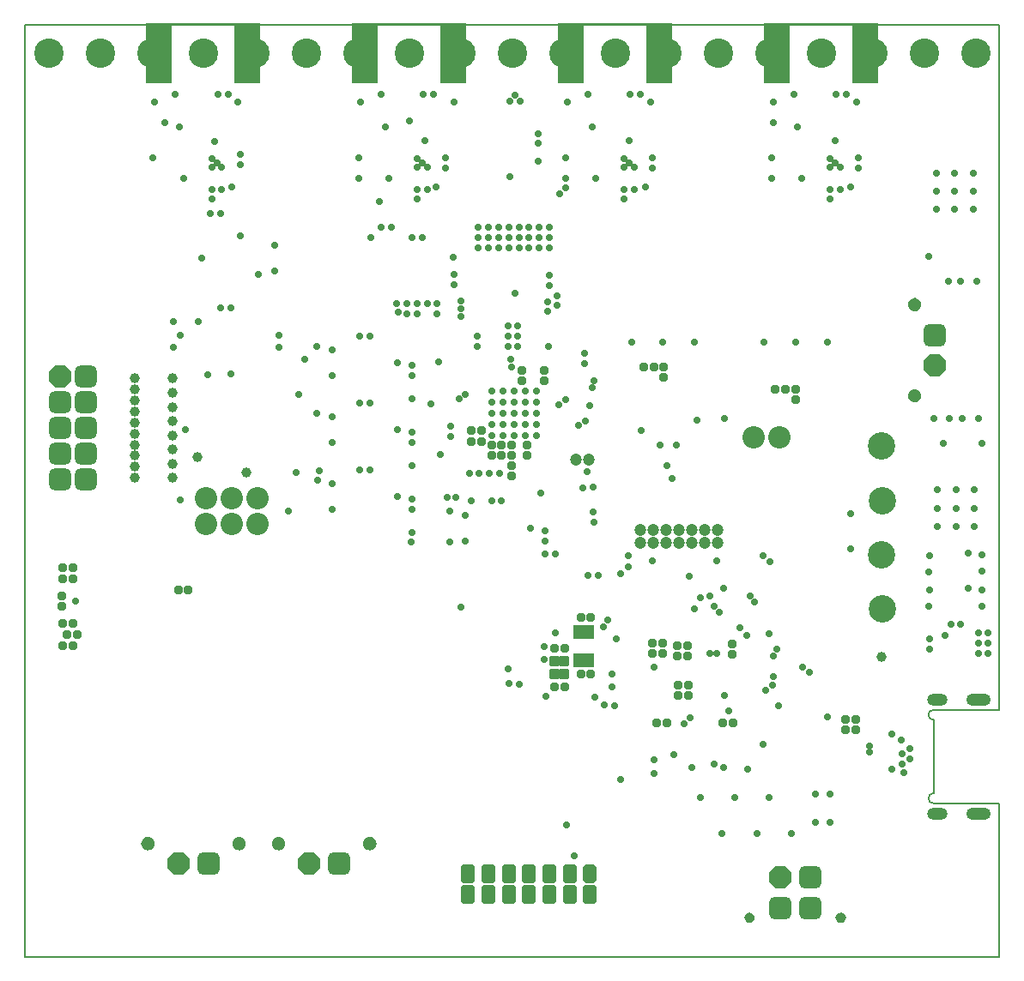
<source format=gbs>
G04*
G04 #@! TF.GenerationSoftware,Altium Limited,Altium Designer,22.0.2 (36)*
G04*
G04 Layer_Color=16711935*
%FSLAX44Y44*%
%MOMM*%
G71*
G04*
G04 #@! TF.SameCoordinates,BB817302-6D05-45A6-82D7-9B19CF937CD1*
G04*
G04*
G04 #@! TF.FilePolarity,Negative*
G04*
G01*
G75*
%ADD11C,0.1500*%
%ADD55R,2.6032X6.0032*%
G04:AMPARAMS|DCode=58|XSize=0.8032mm|YSize=0.8032mm|CornerRadius=0.1766mm|HoleSize=0mm|Usage=FLASHONLY|Rotation=90.000|XOffset=0mm|YOffset=0mm|HoleType=Round|Shape=RoundedRectangle|*
%AMROUNDEDRECTD58*
21,1,0.8032,0.4500,0,0,90.0*
21,1,0.4500,0.8032,0,0,90.0*
1,1,0.3532,0.2250,0.2250*
1,1,0.3532,0.2250,-0.2250*
1,1,0.3532,-0.2250,-0.2250*
1,1,0.3532,-0.2250,0.2250*
%
%ADD58ROUNDEDRECTD58*%
G04:AMPARAMS|DCode=65|XSize=0.8032mm|YSize=0.8032mm|CornerRadius=0.1766mm|HoleSize=0mm|Usage=FLASHONLY|Rotation=180.000|XOffset=0mm|YOffset=0mm|HoleType=Round|Shape=RoundedRectangle|*
%AMROUNDEDRECTD65*
21,1,0.8032,0.4500,0,0,180.0*
21,1,0.4500,0.8032,0,0,180.0*
1,1,0.3532,-0.2250,0.2250*
1,1,0.3532,0.2250,0.2250*
1,1,0.3532,0.2250,-0.2250*
1,1,0.3532,-0.2250,-0.2250*
%
%ADD65ROUNDEDRECTD65*%
%ADD88C,1.2032*%
%ADD89P,2.4194X8X202.5*%
G04:AMPARAMS|DCode=90|XSize=2.2352mm|YSize=2.2352mm|CornerRadius=0.6096mm|HoleSize=0mm|Usage=FLASHONLY|Rotation=180.000|XOffset=0mm|YOffset=0mm|HoleType=Round|Shape=RoundedRectangle|*
%AMROUNDEDRECTD90*
21,1,2.2352,1.0160,0,0,180.0*
21,1,1.0160,2.2352,0,0,180.0*
1,1,1.2192,-0.5080,0.5080*
1,1,1.2192,0.5080,0.5080*
1,1,1.2192,0.5080,-0.5080*
1,1,1.2192,-0.5080,-0.5080*
%
%ADD90ROUNDEDRECTD90*%
G04:AMPARAMS|DCode=91|XSize=1.4224mm|YSize=1.9304mm|CornerRadius=0.4064mm|HoleSize=0mm|Usage=FLASHONLY|Rotation=0.000|XOffset=0mm|YOffset=0mm|HoleType=Round|Shape=RoundedRectangle|*
%AMROUNDEDRECTD91*
21,1,1.4224,1.1176,0,0,0.0*
21,1,0.6096,1.9304,0,0,0.0*
1,1,0.8128,0.3048,-0.5588*
1,1,0.8128,-0.3048,-0.5588*
1,1,0.8128,-0.3048,0.5588*
1,1,0.8128,0.3048,0.5588*
%
%ADD91ROUNDEDRECTD91*%
G04:AMPARAMS|DCode=92|XSize=1.4224mm|YSize=1.9304mm|CornerRadius=0mm|HoleSize=0mm|Usage=FLASHONLY|Rotation=0.000|XOffset=0mm|YOffset=0mm|HoleType=Round|Shape=Octagon|*
%AMOCTAGOND92*
4,1,8,-0.3556,0.9652,0.3556,0.9652,0.7112,0.6096,0.7112,-0.6096,0.3556,-0.9652,-0.3556,-0.9652,-0.7112,-0.6096,-0.7112,0.6096,-0.3556,0.9652,0.0*
%
%ADD92OCTAGOND92*%

%ADD93P,2.4194X8X112.5*%
G04:AMPARAMS|DCode=94|XSize=2.2352mm|YSize=2.2352mm|CornerRadius=0.6096mm|HoleSize=0mm|Usage=FLASHONLY|Rotation=90.000|XOffset=0mm|YOffset=0mm|HoleType=Round|Shape=RoundedRectangle|*
%AMROUNDEDRECTD94*
21,1,2.2352,1.0160,0,0,90.0*
21,1,1.0160,2.2352,0,0,90.0*
1,1,1.2192,0.5080,0.5080*
1,1,1.2192,0.5080,-0.5080*
1,1,1.2192,-0.5080,-0.5080*
1,1,1.2192,-0.5080,0.5080*
%
%ADD94ROUNDEDRECTD94*%
%ADD95C,1.0032*%
G04:AMPARAMS|DCode=96|XSize=2.2032mm|YSize=2.2032mm|CornerRadius=0.6016mm|HoleSize=0mm|Usage=FLASHONLY|Rotation=90.000|XOffset=0mm|YOffset=0mm|HoleType=Round|Shape=RoundedRectangle|*
%AMROUNDEDRECTD96*
21,1,2.2032,1.0000,0,0,90.0*
21,1,1.0000,2.2032,0,0,90.0*
1,1,1.2032,0.5000,0.5000*
1,1,1.2032,0.5000,-0.5000*
1,1,1.2032,-0.5000,-0.5000*
1,1,1.2032,-0.5000,0.5000*
%
%ADD96ROUNDEDRECTD96*%
%ADD97P,2.3848X8X112.5*%
%ADD98C,2.2032*%
%ADD99O,2.4032X1.2032*%
%ADD100O,2.0032X1.2032*%
%ADD101C,2.7032*%
%ADD102C,2.9032*%
%ADD103C,0.7032*%
G04:AMPARAMS|DCode=135|XSize=1.0782mm|YSize=0.9782mm|CornerRadius=0.1985mm|HoleSize=0mm|Usage=FLASHONLY|Rotation=90.000|XOffset=0mm|YOffset=0mm|HoleType=Round|Shape=RoundedRectangle|*
%AMROUNDEDRECTD135*
21,1,1.0782,0.5813,0,0,90.0*
21,1,0.6813,0.9782,0,0,90.0*
1,1,0.3970,0.2906,0.3406*
1,1,0.3970,0.2906,-0.3406*
1,1,0.3970,-0.2906,-0.3406*
1,1,0.3970,-0.2906,0.3406*
%
%ADD135ROUNDEDRECTD135*%
G04:AMPARAMS|DCode=136|XSize=1.4032mm|YSize=2.1032mm|CornerRadius=0.2516mm|HoleSize=0mm|Usage=FLASHONLY|Rotation=90.000|XOffset=0mm|YOffset=0mm|HoleType=Round|Shape=RoundedRectangle|*
%AMROUNDEDRECTD136*
21,1,1.4032,1.6000,0,0,90.0*
21,1,0.9000,2.1032,0,0,90.0*
1,1,0.5032,0.8000,0.4500*
1,1,0.5032,0.8000,-0.4500*
1,1,0.5032,-0.8000,-0.4500*
1,1,0.5032,-0.8000,0.4500*
%
%ADD136ROUNDEDRECTD136*%
G36*
X114444Y111800D02*
X114667Y110103D01*
X115322Y108522D01*
X116364Y107164D01*
X117722Y106122D01*
X119303Y105467D01*
X121000Y105244D01*
X122697Y105467D01*
X124278Y106122D01*
X125636Y107164D01*
X126678Y108522D01*
X127333Y110103D01*
X127556Y111800D01*
D01*
X127333Y113497D01*
X126678Y115078D01*
X125636Y116436D01*
X124278Y117478D01*
X122697Y118133D01*
X121000Y118356D01*
X119303Y118133D01*
X117722Y117478D01*
X116364Y116436D01*
X115322Y115078D01*
X114667Y113497D01*
X114444Y111800D01*
D01*
D02*
G37*
G36*
X204444D02*
X204667Y110103D01*
X205322Y108522D01*
X206364Y107164D01*
X207722Y106122D01*
X209303Y105467D01*
X211000Y105244D01*
X212697Y105467D01*
X214278Y106122D01*
X215636Y107164D01*
X216678Y108522D01*
X217333Y110103D01*
X217556Y111800D01*
D01*
X217333Y113497D01*
X216678Y115078D01*
X215636Y116436D01*
X214278Y117478D01*
X212697Y118133D01*
X211000Y118356D01*
X209303Y118133D01*
X207722Y117478D01*
X206364Y116436D01*
X205322Y115078D01*
X204667Y113497D01*
X204444Y111800D01*
D01*
D02*
G37*
G36*
X243444D02*
X243667Y110103D01*
X244322Y108522D01*
X245364Y107164D01*
X246722Y106122D01*
X248303Y105467D01*
X250000Y105244D01*
X251697Y105467D01*
X253278Y106122D01*
X254636Y107164D01*
X255678Y108522D01*
X256333Y110103D01*
X256556Y111800D01*
D01*
X256333Y113497D01*
X255678Y115078D01*
X254636Y116436D01*
X253278Y117478D01*
X251697Y118133D01*
X250000Y118356D01*
X248303Y118133D01*
X246722Y117478D01*
X245364Y116436D01*
X244322Y115078D01*
X243667Y113497D01*
X243444Y111800D01*
D01*
D02*
G37*
G36*
X333444D02*
X333667Y110103D01*
X334322Y108522D01*
X335364Y107164D01*
X336722Y106122D01*
X338303Y105467D01*
X340000Y105244D01*
X341697Y105467D01*
X343278Y106122D01*
X344636Y107164D01*
X345678Y108522D01*
X346333Y110103D01*
X346556Y111800D01*
D01*
X346333Y113497D01*
X345678Y115078D01*
X344636Y116436D01*
X343278Y117478D01*
X341697Y118133D01*
X340000Y118356D01*
X338303Y118133D01*
X336722Y117478D01*
X335364Y116436D01*
X334322Y115078D01*
X333667Y113497D01*
X333444Y111800D01*
D01*
D02*
G37*
G36*
X714500Y33602D02*
X716451Y33990D01*
X718105Y35095D01*
X719210Y36749D01*
X719598Y38700D01*
X719210Y40651D01*
X718105Y42305D01*
X716451Y43410D01*
X714500Y43798D01*
D01*
X712549Y43410D01*
X710895Y42305D01*
X709790Y40651D01*
X709402Y38700D01*
X709790Y36749D01*
X710895Y35095D01*
X712549Y33990D01*
X714500Y33602D01*
D01*
D02*
G37*
G36*
X804500D02*
X806451Y33990D01*
X808105Y35095D01*
X809210Y36749D01*
X809598Y38700D01*
X809210Y40651D01*
X808105Y42305D01*
X806451Y43410D01*
X804500Y43798D01*
D01*
X802549Y43410D01*
X800895Y42305D01*
X799790Y40651D01*
X799402Y38700D01*
X799790Y36749D01*
X800895Y35095D01*
X802549Y33990D01*
X804500Y33602D01*
D01*
D02*
G37*
G36*
X877400Y547444D02*
X879097Y547667D01*
X880678Y548322D01*
X882036Y549364D01*
X883078Y550722D01*
X883733Y552303D01*
X883956Y554000D01*
X883733Y555697D01*
X883078Y557278D01*
X882036Y558636D01*
X880678Y559678D01*
X879097Y560333D01*
X877400Y560556D01*
D01*
X875703Y560333D01*
X874122Y559678D01*
X872764Y558636D01*
X871722Y557278D01*
X871067Y555697D01*
X870844Y554000D01*
X871067Y552303D01*
X871722Y550722D01*
X872764Y549364D01*
X874122Y548322D01*
X875703Y547667D01*
X877400Y547444D01*
D01*
D02*
G37*
G36*
Y637444D02*
X879097Y637667D01*
X880678Y638322D01*
X882036Y639364D01*
X883078Y640722D01*
X883733Y642303D01*
X883956Y644000D01*
X883733Y645697D01*
X883078Y647278D01*
X882036Y648636D01*
X880678Y649678D01*
X879097Y650333D01*
X877400Y650556D01*
D01*
X875703Y650333D01*
X874122Y649678D01*
X872764Y648636D01*
X871722Y647278D01*
X871067Y645697D01*
X870844Y644000D01*
X871067Y642303D01*
X871722Y640722D01*
X872764Y639364D01*
X874122Y638322D01*
X875703Y637667D01*
X877400Y637444D01*
D01*
D02*
G37*
D11*
X896000Y244000D02*
G03*
X896000Y234000I0J-5000D01*
G01*
Y161600D02*
G03*
X896000Y151600I0J-5000D01*
G01*
X749800Y921000D02*
X818800D01*
X547000Y921000D02*
X616000D01*
X343400Y921000D02*
X412400D01*
X140200D02*
X209200D01*
X961000Y141600D02*
Y151600D01*
X896000D02*
X961000D01*
X961000Y0D02*
X961000Y141600D01*
X0Y0D02*
X961000D01*
X961000Y254000D02*
X961000Y920000D01*
X896000Y244000D02*
X961000D01*
Y254000D01*
X896000Y161600D02*
Y234000D01*
X0Y920000D02*
X0Y0D01*
X0Y920000D02*
X961000D01*
D55*
X828600Y892000D02*
D03*
X741300D02*
D03*
X625800Y892000D02*
D03*
X538500D02*
D03*
X422200Y892000D02*
D03*
X334900D02*
D03*
X219000D02*
D03*
X131700D02*
D03*
D58*
X819000Y234000D02*
D03*
Y224000D02*
D03*
X809000D02*
D03*
Y234000D02*
D03*
X36000Y346000D02*
D03*
X36000Y356000D02*
D03*
X760000Y550000D02*
D03*
Y560000D02*
D03*
X630000Y572000D02*
D03*
Y582000D02*
D03*
X643000Y307000D02*
D03*
Y297000D02*
D03*
X653000D02*
D03*
Y307000D02*
D03*
X654000Y268000D02*
D03*
X654000Y258000D02*
D03*
X644000Y268000D02*
D03*
X644000Y258000D02*
D03*
X697000Y299000D02*
D03*
X697000Y309000D02*
D03*
X470000Y505000D02*
D03*
X470000Y495000D02*
D03*
X480000Y475000D02*
D03*
Y485000D02*
D03*
X495000Y505000D02*
D03*
X495000Y495000D02*
D03*
X480000Y505000D02*
D03*
X480000Y495000D02*
D03*
X490000Y569000D02*
D03*
X490000Y579000D02*
D03*
X460000Y495000D02*
D03*
X460000Y505000D02*
D03*
X512000Y569000D02*
D03*
X512000Y579000D02*
D03*
D65*
X41000Y318000D02*
D03*
X51000D02*
D03*
X37000Y307000D02*
D03*
X47000D02*
D03*
X37000Y329000D02*
D03*
X47000D02*
D03*
X151000Y362000D02*
D03*
X161000D02*
D03*
X37000Y373000D02*
D03*
X47000D02*
D03*
X37000Y384000D02*
D03*
X47000D02*
D03*
X750000Y560000D02*
D03*
X740000D02*
D03*
X620000Y582000D02*
D03*
X610000D02*
D03*
X521875Y304625D02*
D03*
X531875Y304625D02*
D03*
X531875Y266625D02*
D03*
X521875Y266625D02*
D03*
X548000Y335000D02*
D03*
X558000Y335000D02*
D03*
X548000Y279000D02*
D03*
X558000Y279000D02*
D03*
X623000Y231000D02*
D03*
X633000Y231000D02*
D03*
X688000Y231000D02*
D03*
X698000Y231000D02*
D03*
X629000Y300000D02*
D03*
X619000Y300000D02*
D03*
X629000Y310000D02*
D03*
X619000Y310000D02*
D03*
X450000Y520000D02*
D03*
X440000Y520000D02*
D03*
X450000Y509000D02*
D03*
X440000Y509000D02*
D03*
D88*
X657701Y409002D02*
D03*
X670401Y421702D02*
D03*
X657701D02*
D03*
X670401Y409002D02*
D03*
X619601Y421702D02*
D03*
X645001D02*
D03*
X632301D02*
D03*
X619601Y409002D02*
D03*
X645001D02*
D03*
X632301D02*
D03*
X606899D02*
D03*
Y421702D02*
D03*
X683101D02*
D03*
Y409002D02*
D03*
X556352Y491001D02*
D03*
X543652D02*
D03*
D89*
X897000Y584000D02*
D03*
X744500Y78200D02*
D03*
D90*
X897000Y614000D02*
D03*
X744500Y48200D02*
D03*
X774500Y78200D02*
D03*
Y48200D02*
D03*
D91*
X557000Y62000D02*
D03*
X517000D02*
D03*
X537000D02*
D03*
X477000D02*
D03*
X437000D02*
D03*
X457000D02*
D03*
X517000Y82000D02*
D03*
X537000D02*
D03*
X477000D02*
D03*
X437000D02*
D03*
X457000D02*
D03*
X497000Y62000D02*
D03*
Y82000D02*
D03*
D92*
X557000D02*
D03*
D93*
X151000Y92200D02*
D03*
X280000D02*
D03*
D94*
X181000D02*
D03*
X310000D02*
D03*
D95*
X145000Y501000D02*
D03*
Y473000D02*
D03*
X108000Y538333D02*
D03*
Y549222D02*
D03*
X145000Y487000D02*
D03*
X169500Y493500D02*
D03*
X145000Y543000D02*
D03*
Y557000D02*
D03*
Y529000D02*
D03*
Y515000D02*
D03*
Y571000D02*
D03*
X108000Y560111D02*
D03*
Y527444D02*
D03*
Y516555D02*
D03*
Y505667D02*
D03*
Y494778D02*
D03*
Y571000D02*
D03*
X218000Y478000D02*
D03*
X108000Y473000D02*
D03*
Y483889D02*
D03*
X844942Y296389D02*
D03*
D96*
X59700Y572800D02*
D03*
Y522000D02*
D03*
Y547400D02*
D03*
Y471200D02*
D03*
X34300Y522000D02*
D03*
Y547400D02*
D03*
Y471200D02*
D03*
X59700Y496600D02*
D03*
X34300D02*
D03*
D97*
Y572800D02*
D03*
D98*
X743700Y513000D02*
D03*
X718300D02*
D03*
X178600Y452700D02*
D03*
X204000Y452700D02*
D03*
X229400Y452700D02*
D03*
Y427300D02*
D03*
X204000Y427300D02*
D03*
X178600Y427300D02*
D03*
D99*
X940000Y254000D02*
D03*
Y141600D02*
D03*
D100*
X900000Y254000D02*
D03*
Y141600D02*
D03*
D101*
X844942Y397389D02*
D03*
X845942Y343389D02*
D03*
X844942Y504389D02*
D03*
X845942Y450389D02*
D03*
D102*
X124800Y892000D02*
D03*
X937600D02*
D03*
X886800D02*
D03*
X836000D02*
D03*
X785200D02*
D03*
X734400D02*
D03*
X632800D02*
D03*
X683600D02*
D03*
X582000D02*
D03*
X531200D02*
D03*
X277200D02*
D03*
X74000Y892000D02*
D03*
X23200Y892000D02*
D03*
X226400D02*
D03*
X175600D02*
D03*
X429600D02*
D03*
X480400D02*
D03*
X378800D02*
D03*
X328000D02*
D03*
D103*
X833000Y202000D02*
D03*
Y208000D02*
D03*
X791000Y237000D02*
D03*
X819000Y224000D02*
D03*
X809001Y224000D02*
D03*
X158000Y521000D02*
D03*
X203000Y576000D02*
D03*
X153000Y451000D02*
D03*
X267000Y478000D02*
D03*
X180000Y575000D02*
D03*
X153000Y614000D02*
D03*
X145999Y602000D02*
D03*
X146000Y627000D02*
D03*
X642000Y505000D02*
D03*
X663000Y530000D02*
D03*
X545798Y524798D02*
D03*
X728000Y210000D02*
D03*
X713000Y185000D02*
D03*
X698000Y231000D02*
D03*
X680000Y190000D02*
D03*
X620000Y181000D02*
D03*
X658000Y187000D02*
D03*
X587000Y175000D02*
D03*
X487000Y269000D02*
D03*
X477000Y270000D02*
D03*
X476000Y284000D02*
D03*
X512000Y306000D02*
D03*
X542000Y100000D02*
D03*
X534000Y130000D02*
D03*
X514000Y257000D02*
D03*
X512000Y294000D02*
D03*
X430000Y345000D02*
D03*
X688964Y187036D02*
D03*
X620000Y195000D02*
D03*
X650000Y230000D02*
D03*
X656000Y236000D02*
D03*
X640000Y200000D02*
D03*
X738000Y277000D02*
D03*
X741000Y304000D02*
D03*
X774000Y281000D02*
D03*
X734000Y319000D02*
D03*
X719000Y350000D02*
D03*
X715000Y356000D02*
D03*
X767000Y286000D02*
D03*
X728000Y396000D02*
D03*
X735000Y390000D02*
D03*
X712000Y317000D02*
D03*
X705000Y325000D02*
D03*
X682036Y299965D02*
D03*
X675000Y300000D02*
D03*
X689000Y364000D02*
D03*
X644000Y258000D02*
D03*
X654000Y268000D02*
D03*
X644000Y268000D02*
D03*
X623000Y231000D02*
D03*
X562000Y256000D02*
D03*
X579000Y267000D02*
D03*
Y279000D02*
D03*
X571000Y249000D02*
D03*
X581000Y248000D02*
D03*
X694000Y243000D02*
D03*
X565000Y377000D02*
D03*
X555000D02*
D03*
X560793Y429063D02*
D03*
X595000Y385072D02*
D03*
X619000Y391000D02*
D03*
X587000Y378000D02*
D03*
X531875Y266625D02*
D03*
X523188Y320000D02*
D03*
X570000Y326000D02*
D03*
X575000Y332674D02*
D03*
X560000Y439000D02*
D03*
X409857Y496000D02*
D03*
X548000Y335000D02*
D03*
X381000Y410000D02*
D03*
X583000Y314000D02*
D03*
X620000Y286000D02*
D03*
X595000Y396000D02*
D03*
X638000Y472000D02*
D03*
X632965Y485036D02*
D03*
X527000Y753000D02*
D03*
X697000Y309000D02*
D03*
X682000Y391000D02*
D03*
X738000Y297000D02*
D03*
X690000Y258000D02*
D03*
X660000Y344000D02*
D03*
X666464Y355000D02*
D03*
X150999Y362001D02*
D03*
X36000Y346000D02*
D03*
Y356000D02*
D03*
X36999Y373000D02*
D03*
X36999Y307001D02*
D03*
X37000Y329000D02*
D03*
X40999Y318001D02*
D03*
X46999Y373000D02*
D03*
X46999Y329001D02*
D03*
Y384001D02*
D03*
X47000Y307000D02*
D03*
X50000Y351000D02*
D03*
X51000Y318000D02*
D03*
X161000Y362000D02*
D03*
X743000Y248000D02*
D03*
X864000Y214000D02*
D03*
X866999Y182000D02*
D03*
X737000Y268000D02*
D03*
X855000Y220000D02*
D03*
Y185000D02*
D03*
X873000Y195300D02*
D03*
Y205300D02*
D03*
X865000Y190300D02*
D03*
Y200300D02*
D03*
X629001Y607001D02*
D03*
X760001D02*
D03*
X760000Y550000D02*
D03*
X690000Y532000D02*
D03*
X533000Y550000D02*
D03*
X561000Y569000D02*
D03*
X559000Y562000D02*
D03*
X609999Y582000D02*
D03*
X552000Y586000D02*
D03*
X557000Y544000D02*
D03*
X553000Y529000D02*
D03*
X560000Y464000D02*
D03*
X554034Y479035D02*
D03*
X779571Y160971D02*
D03*
X655000Y376000D02*
D03*
X730000Y263000D02*
D03*
X675000Y356000D02*
D03*
X550000Y463000D02*
D03*
X508929Y458000D02*
D03*
X680000Y346000D02*
D03*
X685000Y340500D02*
D03*
X521875Y304625D02*
D03*
X814000Y438000D02*
D03*
X891625Y380000D02*
D03*
X891250Y346000D02*
D03*
X814000Y403000D02*
D03*
X896000Y532000D02*
D03*
X905300Y507000D02*
D03*
X619000Y309830D02*
D03*
X439965Y449965D02*
D03*
X382000Y518000D02*
D03*
X428000Y551000D02*
D03*
X420000Y514000D02*
D03*
X408000Y587828D02*
D03*
X400000Y546000D02*
D03*
X533000Y759000D02*
D03*
X478000Y770000D02*
D03*
X486000Y613001D02*
D03*
X475998Y613001D02*
D03*
X486001Y603000D02*
D03*
X552000Y596000D02*
D03*
X485750Y623250D02*
D03*
X430000Y632000D02*
D03*
Y640000D02*
D03*
Y648000D02*
D03*
X230000Y674000D02*
D03*
X366571Y645072D02*
D03*
X368036Y636536D02*
D03*
X526000Y545000D02*
D03*
X434000Y555000D02*
D03*
X419999Y524000D02*
D03*
X382000Y584000D02*
D03*
X288000Y603000D02*
D03*
X260000Y440286D02*
D03*
X270000Y555000D02*
D03*
X654000Y258000D02*
D03*
X629000Y300000D02*
D03*
X619000D02*
D03*
X688000Y231000D02*
D03*
X633000Y231000D02*
D03*
X697000Y299000D02*
D03*
X629000Y310000D02*
D03*
X653000Y297000D02*
D03*
X643000Y296999D02*
D03*
Y307000D02*
D03*
X522000Y279250D02*
D03*
X531750Y292000D02*
D03*
X548000Y279000D02*
D03*
X551000Y293000D02*
D03*
Y321000D02*
D03*
X721570Y121971D02*
D03*
X794071Y160971D02*
D03*
Y132971D02*
D03*
X779571D02*
D03*
X734071Y157471D02*
D03*
X700071Y157471D02*
D03*
X666071D02*
D03*
X755570Y121971D02*
D03*
X687571Y121971D02*
D03*
X245750Y676950D02*
D03*
Y702350D02*
D03*
X739999Y560000D02*
D03*
X791000Y607000D02*
D03*
X729000D02*
D03*
X660001Y607001D02*
D03*
X598000Y607000D02*
D03*
X489823Y579177D02*
D03*
X608000Y520000D02*
D03*
X626000Y505000D02*
D03*
X525000Y643000D02*
D03*
X525000Y653000D02*
D03*
X517000Y663000D02*
D03*
Y673000D02*
D03*
X515000Y637000D02*
D03*
X515000Y647000D02*
D03*
X522999Y398000D02*
D03*
X513025Y397975D02*
D03*
X512975Y421000D02*
D03*
X382000Y419000D02*
D03*
X288036Y470965D02*
D03*
X290000Y480000D02*
D03*
X302750Y573650D02*
D03*
X433750Y436050D02*
D03*
X302750Y467050D02*
D03*
X302750Y533050D02*
D03*
X302750Y599050D02*
D03*
X381964Y485036D02*
D03*
X302750Y441650D02*
D03*
X367250Y454350D02*
D03*
X382000Y551001D02*
D03*
X276000Y590000D02*
D03*
X376499Y635001D02*
D03*
X170750Y627050D02*
D03*
X419001Y410000D02*
D03*
X425000Y454000D02*
D03*
X416000D02*
D03*
X367250Y520350D02*
D03*
X419000Y440000D02*
D03*
X475998Y623002D02*
D03*
X468000Y476999D02*
D03*
X458000Y477000D02*
D03*
X438000D02*
D03*
X448000D02*
D03*
X498250Y423350D02*
D03*
X512825Y410825D02*
D03*
X381825Y441825D02*
D03*
X381913Y507913D02*
D03*
X381912Y573913D02*
D03*
X340000Y547000D02*
D03*
X288001Y537000D02*
D03*
X302750Y507650D02*
D03*
X330000Y547000D02*
D03*
X340000Y481000D02*
D03*
X382000Y452000D02*
D03*
X330000Y481000D02*
D03*
X367250Y586350D02*
D03*
X340000Y613000D02*
D03*
X330000Y613000D02*
D03*
X386500Y635000D02*
D03*
X406500D02*
D03*
X376500Y645001D02*
D03*
X386499Y645001D02*
D03*
X396499D02*
D03*
X406500Y645000D02*
D03*
X193000Y641000D02*
D03*
X203000D02*
D03*
X250000Y602000D02*
D03*
Y614000D02*
D03*
X495000Y495000D02*
D03*
X480001Y475001D02*
D03*
X480000Y495000D02*
D03*
X460000Y515000D02*
D03*
Y526000D02*
D03*
Y537000D02*
D03*
Y548000D02*
D03*
Y559000D02*
D03*
X471000Y515000D02*
D03*
Y526000D02*
D03*
Y537000D02*
D03*
Y548000D02*
D03*
Y559000D02*
D03*
X482000Y515000D02*
D03*
Y526000D02*
D03*
Y537000D02*
D03*
Y548000D02*
D03*
Y559000D02*
D03*
X493000Y515000D02*
D03*
Y526000D02*
D03*
Y537000D02*
D03*
Y548000D02*
D03*
Y559000D02*
D03*
X504000Y515000D02*
D03*
Y526000D02*
D03*
Y537000D02*
D03*
Y548000D02*
D03*
Y559000D02*
D03*
X479500Y582000D02*
D03*
X799000Y806250D02*
D03*
X814000Y760000D02*
D03*
X506000Y786000D02*
D03*
X483000Y851000D02*
D03*
X488000Y845000D02*
D03*
X478000D02*
D03*
X393929Y806000D02*
D03*
X440000Y520000D02*
D03*
X516000Y603000D02*
D03*
X446000Y613000D02*
D03*
X446000Y603000D02*
D03*
X475999D02*
D03*
X479000Y590000D02*
D03*
X433750Y410650D02*
D03*
X460000Y450000D02*
D03*
X470000Y450000D02*
D03*
X512000Y579000D02*
D03*
X440000Y509000D02*
D03*
X939000Y667000D02*
D03*
X935000Y738000D02*
D03*
X899000Y738000D02*
D03*
X917000Y738000D02*
D03*
X935000Y774000D02*
D03*
X899000Y774000D02*
D03*
X917000Y774000D02*
D03*
X935000Y756000D02*
D03*
X899000Y756000D02*
D03*
X917000Y756000D02*
D03*
X911000Y667000D02*
D03*
X923000D02*
D03*
X351000Y720001D02*
D03*
X517000Y710000D02*
D03*
X507000Y710000D02*
D03*
X497000Y710000D02*
D03*
X487000Y710000D02*
D03*
X477000D02*
D03*
X497000Y700000D02*
D03*
X457000Y710000D02*
D03*
X447000Y710000D02*
D03*
X212000Y712000D02*
D03*
X349000Y746000D02*
D03*
X387000Y748000D02*
D03*
X387000Y758000D02*
D03*
X329000Y769000D02*
D03*
X184000Y758000D02*
D03*
X591000D02*
D03*
X612000Y760000D02*
D03*
X794000Y758000D02*
D03*
X736001Y769000D02*
D03*
X533001D02*
D03*
X422000Y691000D02*
D03*
X423000Y674000D02*
D03*
X423000Y664000D02*
D03*
X361000Y720000D02*
D03*
X341000Y710000D02*
D03*
X382000Y710000D02*
D03*
X392000Y710000D02*
D03*
X405000Y760000D02*
D03*
X174000Y690000D02*
D03*
X559000Y819250D02*
D03*
X738000Y823999D02*
D03*
X506000Y813000D02*
D03*
X506000Y803000D02*
D03*
X379000Y825000D02*
D03*
X138000Y824000D02*
D03*
X183000Y734000D02*
D03*
X193000D02*
D03*
X483000Y655000D02*
D03*
X467000Y710000D02*
D03*
X517000Y700000D02*
D03*
X507000Y700000D02*
D03*
X487000D02*
D03*
X477000Y700000D02*
D03*
X467000Y700000D02*
D03*
X457000D02*
D03*
X447000Y700000D02*
D03*
X517002Y719998D02*
D03*
X507000Y720000D02*
D03*
X497000D02*
D03*
X487000D02*
D03*
X477002Y719998D02*
D03*
X467002D02*
D03*
X457002D02*
D03*
X447000Y719999D02*
D03*
X359000Y769000D02*
D03*
X596000Y806250D02*
D03*
X804000Y758000D02*
D03*
X601000D02*
D03*
X194000D02*
D03*
X397000D02*
D03*
X738001Y844000D02*
D03*
X736000Y789000D02*
D03*
X766000Y769000D02*
D03*
X794000Y748000D02*
D03*
X822000Y779000D02*
D03*
Y788999D02*
D03*
X820000Y844000D02*
D03*
X810000Y852000D02*
D03*
X800000D02*
D03*
X757999Y852000D02*
D03*
X762000Y819250D02*
D03*
X619001Y789000D02*
D03*
X619000Y778999D02*
D03*
X591000Y748000D02*
D03*
X563000Y769000D02*
D03*
X533000Y789000D02*
D03*
X617000Y843999D02*
D03*
X597000Y852000D02*
D03*
X555000Y852000D02*
D03*
X607000D02*
D03*
X535000Y844000D02*
D03*
X794000Y788000D02*
D03*
X804000Y780000D02*
D03*
X794000D02*
D03*
X799000Y784000D02*
D03*
X591000Y788000D02*
D03*
X601000Y780000D02*
D03*
X591000D02*
D03*
X596000Y784000D02*
D03*
X212000Y791999D02*
D03*
X186750Y805250D02*
D03*
X184000Y788000D02*
D03*
X194000Y780000D02*
D03*
X184000D02*
D03*
X189000Y784000D02*
D03*
X156000Y769000D02*
D03*
X204000Y760000D02*
D03*
X184000Y748000D02*
D03*
X212002Y781998D02*
D03*
X147998Y851999D02*
D03*
X128001Y844000D02*
D03*
X152000Y819250D02*
D03*
X190000Y852000D02*
D03*
X210000Y844000D02*
D03*
X200000Y852000D02*
D03*
X126000Y789000D02*
D03*
X423000Y844000D02*
D03*
X403000Y852000D02*
D03*
X415000Y788999D02*
D03*
Y779000D02*
D03*
X392000Y784000D02*
D03*
X387000Y780000D02*
D03*
X397000D02*
D03*
X387000Y788000D02*
D03*
X329000Y789000D02*
D03*
X393000Y852000D02*
D03*
X355000Y819250D02*
D03*
X350999Y852000D02*
D03*
X331001Y844001D02*
D03*
X943400Y507000D02*
D03*
X930000Y399000D02*
D03*
X918000Y443000D02*
D03*
X918000Y425000D02*
D03*
X918000Y461000D02*
D03*
X923000Y328500D02*
D03*
X930000Y364000D02*
D03*
X892000Y304000D02*
D03*
X891600Y692000D02*
D03*
X940001Y300000D02*
D03*
X940001Y310001D02*
D03*
X940000Y320000D02*
D03*
X892000Y314000D02*
D03*
X913000Y328500D02*
D03*
X907000Y317500D02*
D03*
X950001Y300000D02*
D03*
Y310000D02*
D03*
Y320000D02*
D03*
X892000Y362000D02*
D03*
Y396000D02*
D03*
X900000Y461000D02*
D03*
X936000Y461000D02*
D03*
X936000Y425000D02*
D03*
X900000Y425000D02*
D03*
X900000Y443000D02*
D03*
X936000Y443000D02*
D03*
X924000Y532000D02*
D03*
X911995D02*
D03*
X940000D02*
D03*
X944000Y397000D02*
D03*
Y381005D02*
D03*
Y346000D02*
D03*
Y362000D02*
D03*
D135*
X531750Y279250D02*
D03*
X522000Y292000D02*
D03*
Y279250D02*
D03*
X531750Y292000D02*
D03*
D136*
X551000Y293000D02*
D03*
Y321000D02*
D03*
M02*

</source>
